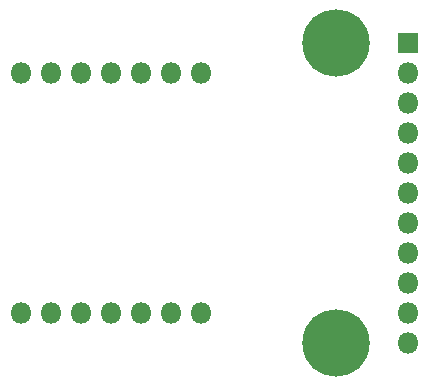
<source format=gbr>
G04 #@! TF.GenerationSoftware,KiCad,Pcbnew,(5.1.2)-1*
G04 #@! TF.CreationDate,2019-10-29T15:19:47-05:00*
G04 #@! TF.ProjectId,laser_mount_board,6c617365-725f-46d6-9f75-6e745f626f61,rev?*
G04 #@! TF.SameCoordinates,Original*
G04 #@! TF.FileFunction,Soldermask,Bot*
G04 #@! TF.FilePolarity,Negative*
%FSLAX46Y46*%
G04 Gerber Fmt 4.6, Leading zero omitted, Abs format (unit mm)*
G04 Created by KiCad (PCBNEW (5.1.2)-1) date 2019-10-29 15:19:47*
%MOMM*%
%LPD*%
G04 APERTURE LIST*
%ADD10C,5.701600*%
%ADD11O,1.801600X1.801600*%
%ADD12R,1.801600X1.801600*%
G04 APERTURE END LIST*
D10*
X145796000Y-88900000D03*
X145796000Y-114300000D03*
D11*
X151892000Y-114300000D03*
X151892000Y-111760000D03*
X151892000Y-109220000D03*
X151892000Y-106680000D03*
X151892000Y-104140000D03*
X151892000Y-101600000D03*
X151892000Y-99060000D03*
X151892000Y-96520000D03*
X151892000Y-93980000D03*
X151892000Y-91440000D03*
D12*
X151892000Y-88900000D03*
D11*
X134366000Y-91440000D03*
X131826000Y-91440000D03*
X129286000Y-91440000D03*
X126746000Y-91440000D03*
X124206000Y-91440000D03*
X121666000Y-91440000D03*
X119126000Y-91440000D03*
X119126000Y-111760000D03*
X121666000Y-111760000D03*
X124206000Y-111760000D03*
X126746000Y-111760000D03*
X129286000Y-111760000D03*
X131826000Y-111760000D03*
X134366000Y-111760000D03*
M02*

</source>
